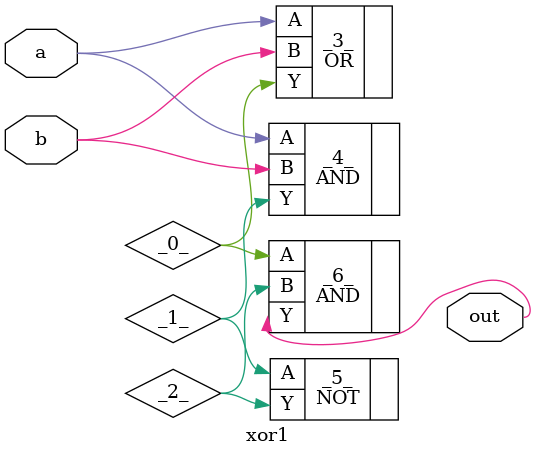
<source format=v>
/* Generated by Yosys 0.41+83 (git sha1 7045cf509, x86_64-w64-mingw32-g++ 13.2.1 -Os) */

/* cells_not_processed =  1  */
/* src = "xor1.v:2.1-10.10" */
module xor1(a, b, out);
  wire _0_;
  wire _1_;
  wire _2_;
  /* src = "xor1.v:3.9-3.10" */
  input a;
  wire a;
  /* src = "xor1.v:4.9-4.10" */
  input b;
  wire b;
  /* src = "xor1.v:5.10-5.13" */
  output out;
  wire out;
  OR _3_ (
    .A(a),
    .B(b),
    .Y(_0_)
  );
  AND _4_ (
    .A(a),
    .B(b),
    .Y(_1_)
  );
  NOT _5_ (
    .A(_1_),
    .Y(_2_)
  );
  AND _6_ (
    .A(_0_),
    .B(_2_),
    .Y(out)
  );
endmodule

</source>
